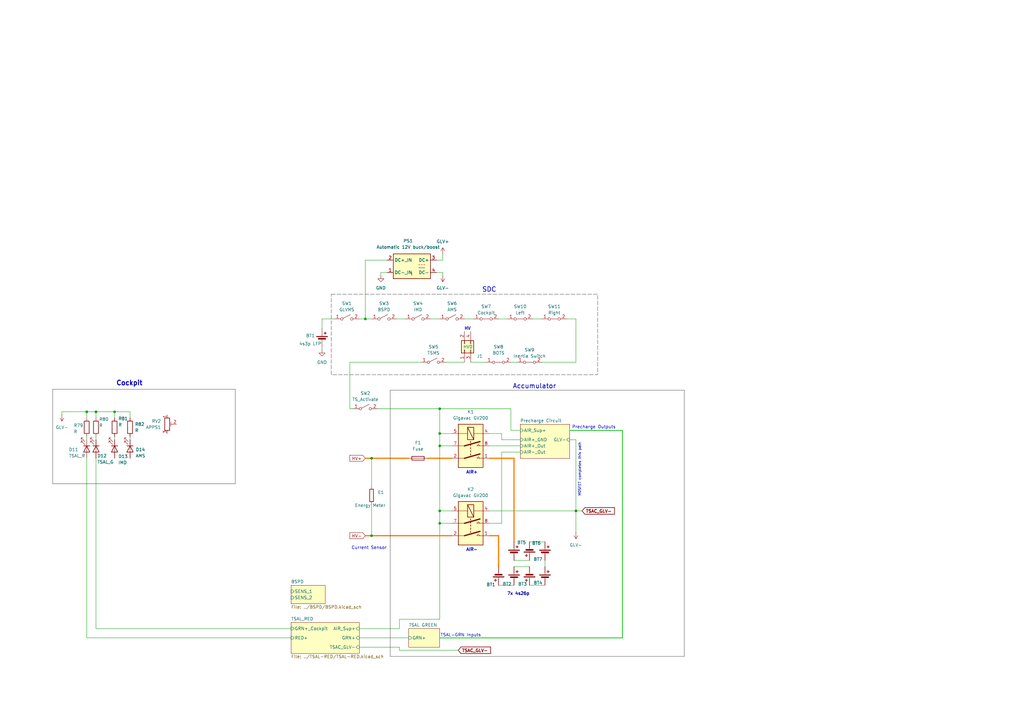
<source format=kicad_sch>
(kicad_sch (version 20250114) (generator "eeschema") (generator_version "9.0")
  (paper "A3")
  (lib_symbols
    (symbol "Connector_Generic:Conn_02x02_Odd_Even" (pin_names (offset 1.016) (hide yes))
      (property "Reference" "J" (at 1.27 2.54 0))
      (property "Value" "Conn_02x02_Odd_Even" (at 1.27 -5.08 0))
      (symbol "Conn_02x02_Odd_Even_1_1"
        (rectangle (start -1.27 1.27) (end 3.81 -3.81) (stroke (width 0.254)) (fill (type background)))
        (rectangle (start -1.27 0.127) (end 0 -0.127) (stroke (width 0.1524)))
        (rectangle (start -1.27 -2.413) (end 0 -2.667) (stroke (width 0.1524)))
        (rectangle (start 3.81 0.127) (end 2.54 -0.127) (stroke (width 0.1524)))
        (rectangle (start 3.81 -2.413) (end 2.54 -2.667) (stroke (width 0.1524)))
        (pin passive line (at -5.08 0 0) (length 3.81) (name "Pin_1") (number "1"))
        (pin passive line (at -5.08 -2.54 0) (length 3.81) (name "Pin_3") (number "3"))
        (pin passive line (at 7.62 0 180) (length 3.81) (name "Pin_2") (number "2"))
        (pin passive line (at 7.62 -2.54 180) (length 3.81) (name "Pin_4") (number "4"))
      )
    )
    (symbol "Converter_ACDC:VTX-214-015-112"
      (property "Reference" "PS1" (at 0 10.16 0))
      (property "Value" "VTX-214-015-112" (at 0 7.62 0))
      (symbol "VTX-214-015-112_0_1"
        (rectangle (start -7.62 5.08) (end 7.62 -5.08) (stroke (width 0.254)) (fill (type background)))
        (polyline (pts (xy 2.794 0.635) (xy 3.302 0.635)))
        (polyline (pts (xy 2.794 -0.635) (xy 5.334 -0.635)))
        (polyline (pts (xy 3.81 0.635) (xy 4.318 0.635)))
        (polyline (pts (xy 4.826 0.635) (xy 5.334 0.635)))
      )
      (symbol "VTX-214-015-112_1_1"
        (polyline (pts (xy 0 -2.54) (xy 0 -3.81)))
        (pin power_in line (at -10.16 2.54 0) (length 2.54) (name "DC+_IN") (number "2"))
        (pin power_in line (at -10.16 -2.54 0) (length 2.54) (name "DC-_IN") (number "1"))
        (pin no_connect line (at 0 -5.08 90) (length 2.54) (hide yes) (name "FG") (number "1"))
        (pin power_out line (at 10.16 2.54 180) (length 2.54) (name "DC+") (number "3"))
        (pin power_out line (at 10.16 -2.54 180) (length 2.54) (name "DC-") (number "4"))
      )
    )
    (symbol "Device:Battery_Cell" (pin_numbers (hide yes)) (pin_names (offset 0) (hide yes))
      (property "Reference" "BT" (at 2.54 2.54 0))
      (property "Value" "Battery_Cell" (at 2.54 0 0))
      (symbol "Battery_Cell_0_1"
        (rectangle (start -2.286 1.778) (end 2.286 1.524) (fill (type outline)))
        (rectangle (start -1.524 1.016) (end 1.524 0.508) (fill (type outline)))
        (polyline (pts (xy 0 1.778) (xy 0 2.54)))
        (polyline (pts (xy 0 0.762) (xy 0 0)))
        (polyline (pts (xy 0.762 3.048) (xy 1.778 3.048)) (stroke (width 0.254)))
        (polyline (pts (xy 1.27 3.556) (xy 1.27 2.54)) (stroke (width 0.254)))
      )
      (symbol "Battery_Cell_1_1"
        (pin passive line (at 0 5.08 270) (length 2.54) (name "+") (number "1"))
        (pin passive line (at 0 -2.54 90) (length 2.54) (name "-") (number "2"))
      )
    )
    (symbol "Device:Fuse" (pin_numbers (hide yes)) (pin_names (offset 0))
      (property "Reference" "F" (at 2.032 0 90))
      (property "Value" "Fuse" (at -1.905 0 90))
      (symbol "Fuse_0_1"
        (rectangle (start -0.762 -2.54) (end 0.762 2.54) (stroke (width 0.254)))
        (polyline (pts (xy 0 2.54) (xy 0 -2.54)))
      )
      (symbol "Fuse_1_1"
        (pin passive line (at 0 3.81 270) (length 1.27) (name "~") (number "1"))
        (pin passive line (at 0 -3.81 90) (length 1.27) (name "~") (number "2"))
      )
    )
    (symbol "Device:LED" (pin_numbers (hide yes)) (pin_names (offset 1.016) (hide yes))
      (property "Reference" "D" (at 0 2.54 0))
      (property "Value" "LED" (at 0 -2.54 0))
      (symbol "LED_0_1"
        (polyline (pts (xy -3.048 -0.762) (xy -4.572 -2.286) (xy -3.81 -2.286) (xy -4.572 -2.286) (xy -4.572 -1.524)))
        (polyline (pts (xy -1.778 -0.762) (xy -3.302 -2.286) (xy -2.54 -2.286) (xy -3.302 -2.286) (xy -3.302 -1.524)))
        (polyline (pts (xy -1.27 0) (xy 1.27 0)))
        (polyline (pts (xy -1.27 -1.27) (xy -1.27 1.27)) (stroke (width 0.254)))
        (polyline (pts (xy 1.27 -1.27) (xy 1.27 1.27) (xy -1.27 0) (xy 1.27 -1.27)) (stroke (width 0.254)))
      )
      (symbol "LED_1_1"
        (pin passive line (at -3.81 0 0) (length 2.54) (name "K") (number "1"))
        (pin passive line (at 3.81 0 180) (length 2.54) (name "A") (number "2"))
      )
    )
    (symbol "Device:R" (pin_numbers (hide yes)) (pin_names (offset 0))
      (property "Reference" "R" (at 2.032 0 90))
      (property "Value" "R" (at 0 0 90))
      (symbol "R_0_1"
        (rectangle (start -1.016 -2.54) (end 1.016 2.54) (stroke (width 0.254)))
      )
      (symbol "R_1_1"
        (pin passive line (at 0 3.81 270) (length 1.27) (name "~") (number "1"))
        (pin passive line (at 0 -3.81 90) (length 1.27) (name "~") (number "2"))
      )
    )
    (symbol "Device:R_Potentiometer_Trim" (pin_names (offset 1.016) (hide yes))
      (property "Reference" "RV" (at -4.445 0 90))
      (property "Value" "R_Potentiometer_Trim" (at -2.54 0 90))
      (symbol "R_Potentiometer_Trim_0_1"
        (rectangle (start 1.016 2.54) (end -1.016 -2.54) (stroke (width 0.254)))
        (polyline (pts (xy 1.524 0.762) (xy 1.524 -0.762)))
        (polyline (pts (xy 2.54 0) (xy 1.524 0)))
      )
      (symbol "R_Potentiometer_Trim_1_1"
        (pin passive line (at 0 3.81 270) (length 1.27) (name "1") (number "1"))
        (pin passive line (at 0 -3.81 90) (length 1.27) (name "3") (number "3"))
        (pin passive line (at 3.81 0 180) (length 1.27) (name "2") (number "2"))
      )
    )
    (symbol "Fuse_1" (pin_numbers (hide yes)) (pin_names (offset 0))
      (property "Reference" "F2" (at 2.54 1.2701 0))
      (property "Value" "Energy Meter" (at -6.858 -4.064 0))
      (symbol "Fuse_1_0_1"
        (rectangle (start -0.762 -2.54) (end 0.762 2.54) (stroke (width 0.254)))
      )
      (symbol "Fuse_1_1_1"
        (pin passive line (at 0 3.81 270) (length 1.27) (name "~") (number "1"))
        (pin passive line (at 0 -3.81 90) (length 1.27) (name "~") (number "2"))
      )
    )
    (symbol "Relay:Fujitsu_FTR-F1A"
      (property "Reference" "K" (at 0 12.7 0))
      (property "Value" "Fujitsu_FTR-F1A" (at 0 10.16 0))
      (symbol "Fujitsu_FTR-F1A_0_1"
        (rectangle (start -1.27 7.62) (end 1.27 2.54) (stroke (width 0.254)) (fill (type background)))
        (polyline (pts (xy -1.27 7.62) (xy 1.27 2.54)) (stroke (width 0.254)))
      )
      (symbol "Fujitsu_FTR-F1A_1_1"
        (polyline (pts (xy -5.08 5.08) (xy -1.27 5.08) (xy -1.524 5.08)))
        (polyline (pts (xy -2.54 0) (xy -5.08 0)))
        (polyline (pts (xy -2.54 0) (xy 3.81 1.778)) (stroke (width 0.508)))
        (polyline (pts (xy -2.54 -5.08) (xy -5.08 -5.08)))
        (polyline (pts (xy -2.54 -5.08) (xy 3.81 -3.302)) (stroke (width 0.508)))
        (polyline (pts (xy 0 1.905) (xy 0 1.27)) (stroke (width 0.254)))
        (polyline (pts (xy 0 0.635) (xy 0 0)) (stroke (width 0.254)))
        (polyline (pts (xy 0 -0.635) (xy 0 -1.27)) (stroke (width 0.254)))
        (polyline (pts (xy 0 -1.905) (xy 0 -2.54)) (stroke (width 0.254)))
        (polyline (pts (xy 0 -3.175) (xy 0 -3.81)) (stroke (width 0.254)))
        (rectangle (start 5.08 8.89) (end -5.08 -8.89) (stroke (width 0.254)) (fill (type background)))
        (polyline (pts (xy 5.08 5.08) (xy 1.27 5.08)))
        (polyline (pts (xy 5.08 0) (xy 2.54 0) (xy 3.175 0.635) (xy 3.81 0)))
        (polyline (pts (xy 5.08 -5.08) (xy 2.54 -5.08) (xy 3.175 -4.445) (xy 3.81 -5.08)))
        (pin passive line (at -7.62 5.08 0) (length 2.54) (name "~") (number "5"))
        (pin passive line (at -7.62 0 0) (length 2.54) (name "~") (number "7"))
        (pin passive line (at -7.62 -5.08 0) (length 2.54) (name "~") (number "2"))
        (pin passive line (at 7.62 5.08 180) (length 2.54) (name "~") (number "4"))
        (pin passive line (at 7.62 0 180) (length 2.54) (name "~") (number "8"))
        (pin passive line (at 7.62 -5.08 180) (length 2.54) (name "~") (number "1"))
      )
    )
    (symbol "SW_SPST_1" (pin_names (offset 0) (hide yes))
      (property "Reference" "SW8" (at 0 6.35 0))
      (property "Value" "BOTS" (at 0 3.81 0))
      (symbol "SW_SPST_1_0_0"
        (circle (center -2.032 0) (radius 0.508))
        (polyline (pts (xy -1.27 0) (xy 1.27 0)))
        (circle (center 2.032 0) (radius 0.508))
      )
      (symbol "SW_SPST_1_1_1"
        (pin passive line (at -5.08 0 0) (length 2.54) (name "A") (number "1"))
        (pin passive line (at 5.08 0 180) (length 2.54) (name "B") (number "2"))
      )
    )
    (symbol "Switch:SW_SPST" (pin_names (offset 0) (hide yes))
      (property "Reference" "SW" (at 0 3.175 0))
      (property "Value" "SW_SPST" (at 0 -2.54 0))
      (symbol "SW_SPST_0_0"
        (circle (center -2.032 0) (radius 0.508))
        (polyline (pts (xy -1.524 0.254) (xy 1.524 1.778)))
        (circle (center 2.032 0) (radius 0.508))
      )
      (symbol "SW_SPST_1_1"
        (pin passive line (at -5.08 0 0) (length 2.54) (name "A") (number "1"))
        (pin passive line (at 5.08 0 180) (length 2.54) (name "B") (number "2"))
      )
    )
    (symbol "power:+1V0" (power) (pin_numbers (hide yes)) (pin_names (offset 0) (hide yes))
      (property "Value" "+1V0" (at 0 3.556 0))
      (symbol "+1V0_0_1"
        (polyline (pts (xy -0.762 1.27) (xy 0 2.54)))
        (polyline (pts (xy 0 2.54) (xy 0.762 1.27)))
        (polyline (pts (xy 0 0) (xy 0 2.54)))
      )
      (symbol "+1V0_1_1"
        (pin power_in line (at 0 0 90) (length 0) (name "~") (number "1"))
      )
    )
    (symbol "power:GND" (power) (pin_numbers (hide yes)) (pin_names (offset 0) (hide yes))
      (property "Value" "GND" (at 0 -3.81 0))
      (symbol "GND_0_1"
        (polyline (pts (xy 0 0) (xy 0 -1.27) (xy 1.27 -1.27) (xy 0 -2.54) (xy -1.27 -1.27) (xy 0 -1.27)))
      )
      (symbol "GND_1_1"
        (pin power_in line (at 0 0 270) (length 0) (name "~") (number "1"))
      )
    )
  )
  (rectangle (start 160.02 160.02) (end 280.67 269.24) (stroke (width 0) (color 72 72 72 1)))
  (rectangle (start 21.59 159.639) (end 96.52 198.374) (stroke (width 0) (color 72 72 72 1)))
  (rectangle (start 135.89 120.65) (end 245.11 153.67) (stroke (width 0) (type dash) (color 72 72 72 1)))
  (text "AIR-" (at 193.548 225.552 0) (effects (font (size 1.27 1.27) (thickness 0.254) (bold yes))))
  (text "Accumulator" (at 219.202 158.496 0) (effects (font (size 1.905 1.905) (thickness 0.254) (bold yes))))
  (text "Current Sensor" (at 151.384 224.79 0) (effects (font (size 1.27 1.27))))
  (text "HV" (at 191.77 134.874 0) (effects (font (size 1.27 1.27) (thickness 0.254) (bold yes))))
  (text "MOSFET completes this path\n" (at 237.744 192.532 90) (effects (font (size 1.016 1.016))))
  (text "7x 4s26p" (at 212.598 243.586 0) (effects (font (size 1.27 1.27) (thickness 0.254) (bold yes))))
  (text "Precharge Outputs\n" (at 243.586 175.26 0) (effects (font (size 1.27 1.27))))
  (text "AIR+\n" (at 193.548 193.802 0) (effects (font (size 1.27 1.27) (thickness 0.254) (bold yes))))
  (text "Cockpit" (at 53.086 157.226 0) (effects (font (size 1.905 1.905) (thickness 0.381) (bold yes))))
  (text "TSAL-GRN Inputs\n" (at 188.976 260.604 0) (effects (font (size 1.27 1.27))))
  (text "SDC" (at 200.66 118.872 0) (effects (font (size 1.905 1.905) (thickness 0.254) (bold yes))))
  (junction (at 180.34 209.55))
  (junction (at 35.56 168.91))
  (junction (at 46.99 168.91))
  (junction (at 39.37 168.91))
  (junction (at 180.34 214.63))
  (junction (at 180.34 167.64))
  (junction (at 152.4 187.96))
  (junction (at 180.34 177.8))
  (junction (at 236.22 209.55))
  (junction (at 180.34 182.88))
  (junction (at 152.4 219.71))
  (junction (at 149.86 130.81))
  (wire (pts (xy 218.44 130.81) (xy 222.25 130.81)))
  (wire (pts (xy 185.42 214.63) (xy 180.34 214.63)))
  (wire (pts (xy 149.86 106.68) (xy 158.75 106.68)))
  (wire (pts (xy 152.4 187.96) (xy 152.4 199.39)))
  (wire (pts (xy 39.37 257.81) (xy 119.38 257.81)))
  (wire (pts (xy 149.86 219.71) (xy 152.4 219.71)) (stroke (width 0.508) (color 255 124 0 1)))
  (wire (pts (xy 35.56 187.96) (xy 35.56 261.62)))
  (wire (pts (xy 236.22 130.81) (xy 236.22 148.59)))
  (wire (pts (xy 39.37 179.07) (xy 39.37 180.34)))
  (wire (pts (xy 156.21 113.03) (xy 156.21 111.76)))
  (wire (pts (xy 180.34 214.63) (xy 180.34 254)))
  (wire (pts (xy 147.32 130.81) (xy 149.86 130.81)))
  (wire (pts (xy 39.37 171.45) (xy 39.37 168.91)))
  (wire (pts (xy 180.34 182.88) (xy 185.42 182.88)))
  (wire (pts (xy 154.94 167.64) (xy 180.34 167.64)))
  (wire (pts (xy 232.41 130.81) (xy 236.22 130.81)))
  (wire (pts (xy 222.25 148.59) (xy 236.22 148.59)))
  (wire (pts (xy 172.72 148.59) (xy 143.51 148.59)))
  (wire (pts (xy 152.4 219.71) (xy 185.42 219.71)) (stroke (width 0.508) (color 255 124 0 1)))
  (wire (pts (xy 132.08 143.51) (xy 132.08 142.24)))
  (wire (pts (xy 210.82 229.87) (xy 217.17 229.87)))
  (bus (pts (xy 233.68 176.53) (xy 255.27 176.53)) (stroke (width 0) (color 0 194 0 1)))
  (wire (pts (xy 163.83 266.7) (xy 187.96 266.7)))
  (wire (pts (xy 149.86 106.68) (xy 149.86 130.81)))
  (wire (pts (xy 46.99 179.07) (xy 46.99 180.34)))
  (wire (pts (xy 39.37 168.91) (xy 46.99 168.91)))
  (wire (pts (xy 39.37 168.91) (xy 35.56 168.91)))
  (wire (pts (xy 217.17 240.03) (xy 223.52 240.03)))
  (wire (pts (xy 223.52 232.41) (xy 223.52 229.87)))
  (wire (pts (xy 149.86 130.81) (xy 152.4 130.81)))
  (wire (pts (xy 180.34 167.64) (xy 180.34 177.8)))
  (wire (pts (xy 180.34 182.88) (xy 180.34 209.55)))
  (wire (pts (xy 180.34 209.55) (xy 185.42 209.55)))
  (wire (pts (xy 179.07 111.76) (xy 181.61 111.76)))
  (wire (pts (xy 152.4 207.01) (xy 152.4 219.71)))
  (wire (pts (xy 205.74 214.63) (xy 205.74 185.42)))
  (wire (pts (xy 200.66 209.55) (xy 236.22 209.55)))
  (wire (pts (xy 163.83 265.43) (xy 163.83 266.7)))
  (wire (pts (xy 236.22 180.34) (xy 233.68 180.34)))
  (wire (pts (xy 210.82 187.96) (xy 210.82 222.25)) (stroke (width 0.508) (color 255 124 0 1)))
  (wire (pts (xy 25.4 168.91) (xy 35.56 168.91)))
  (wire (pts (xy 217.17 222.25) (xy 223.52 222.25)))
  (wire (pts (xy 132.08 134.62) (xy 132.08 130.81)))
  (wire (pts (xy 200.66 214.63) (xy 205.74 214.63)))
  (wire (pts (xy 185.42 177.8) (xy 180.34 177.8)))
  (wire (pts (xy 205.74 185.42) (xy 213.36 185.42)))
  (wire (pts (xy 236.22 180.34) (xy 236.22 209.55)))
  (wire (pts (xy 210.82 232.41) (xy 217.17 232.41)))
  (wire (pts (xy 180.34 177.8) (xy 180.34 182.88)))
  (wire (pts (xy 35.56 179.07) (xy 35.56 180.34)))
  (wire (pts (xy 39.37 187.96) (xy 39.37 257.81)))
  (wire (pts (xy 238.76 209.55) (xy 236.22 209.55)))
  (wire (pts (xy 181.61 113.03) (xy 181.61 111.76)))
  (wire (pts (xy 190.5 130.81) (xy 194.31 130.81)))
  (wire (pts (xy 180.34 130.81) (xy 176.53 130.81)))
  (wire (pts (xy 210.82 187.96) (xy 200.66 187.96)) (stroke (width 0.508) (color 255 124 0 1)))
  (wire (pts (xy 204.47 232.41) (xy 204.47 219.71)) (stroke (width 0.508) (color 255 124 0 1)))
  (wire (pts (xy 236.22 209.55) (xy 236.22 218.44)))
  (wire (pts (xy 46.99 168.91) (xy 46.99 171.45)))
  (wire (pts (xy 163.83 254) (xy 180.34 254)))
  (wire (pts (xy 181.61 106.68) (xy 181.61 104.14)))
  (wire (pts (xy 209.55 176.53) (xy 213.36 176.53)))
  (wire (pts (xy 147.32 265.43) (xy 163.83 265.43)))
  (wire (pts (xy 204.47 219.71) (xy 200.66 219.71)) (stroke (width 0.508) (color 255 124 0 1)))
  (wire (pts (xy 53.34 168.91) (xy 46.99 168.91)))
  (bus (pts (xy 180.34 261.62) (xy 255.27 261.62)) (stroke (width 0) (color 0 194 0 1)))
  (wire (pts (xy 193.04 148.59) (xy 199.39 148.59)))
  (wire (pts (xy 147.32 257.81) (xy 163.83 257.81)))
  (wire (pts (xy 25.4 170.18) (xy 25.4 168.91)))
  (wire (pts (xy 205.74 177.8) (xy 205.74 180.34)))
  (wire (pts (xy 53.34 179.07) (xy 53.34 180.34)))
  (wire (pts (xy 175.26 187.96) (xy 185.42 187.96)) (stroke (width 0.508) (color 255 124 0 1)))
  (wire (pts (xy 182.88 148.59) (xy 190.5 148.59)))
  (wire (pts (xy 132.08 130.81) (xy 137.16 130.81)))
  (wire (pts (xy 205.74 180.34) (xy 213.36 180.34)))
  (wire (pts (xy 35.56 261.62) (xy 119.38 261.62)))
  (wire (pts (xy 200.66 182.88) (xy 213.36 182.88)))
  (wire (pts (xy 156.21 111.76) (xy 158.75 111.76)))
  (wire (pts (xy 152.4 187.96) (xy 167.64 187.96)) (stroke (width 0.508) (color 255 124 0 1)))
  (wire (pts (xy 149.86 187.96) (xy 152.4 187.96)) (stroke (width 0.508) (color 255 124 0 1)))
  (wire (pts (xy 180.34 214.63) (xy 180.34 209.55)))
  (wire (pts (xy 143.51 167.64) (xy 144.78 167.64)))
  (wire (pts (xy 204.47 130.81) (xy 208.28 130.81)))
  (wire (pts (xy 209.55 148.59) (xy 212.09 148.59)))
  (wire (pts (xy 143.51 148.59) (xy 143.51 167.64)))
  (bus (pts (xy 255.27 176.53) (xy 255.27 261.62)) (stroke (width 0) (color 0 194 0 1)))
  (wire (pts (xy 180.34 167.64) (xy 209.55 167.64)))
  (wire (pts (xy 204.47 240.03) (xy 210.82 240.03)))
  (wire (pts (xy 179.07 106.68) (xy 181.61 106.68)))
  (wire (pts (xy 35.56 168.91) (xy 35.56 171.45)))
  (wire (pts (xy 167.64 261.62) (xy 147.32 261.62)))
  (wire (pts (xy 53.34 171.45) (xy 53.34 168.91)))
  (wire (pts (xy 200.66 177.8) (xy 205.74 177.8)))
  (wire (pts (xy 209.55 167.64) (xy 209.55 176.53)))
  (wire (pts (xy 166.37 130.81) (xy 162.56 130.81)))
  (wire (pts (xy 163.83 257.81) (xy 163.83 254)))
  (global_label "TSAC_GLV-" (shape input) (at 187.96 266.7 0) (effects (font (thickness 0.254) (bold yes))) (property "Intersheetrefs" "${INTERSHEET_REFS}" (effects (hide yes))))
  (global_label "HV-" (shape input) (at 149.86 219.71 180) (property "Intersheetrefs" "${INTERSHEET_REFS}" (effects (hide yes))))
  (global_label "HV+" (shape input) (at 149.86 187.96 180) (property "Intersheetrefs" "${INTERSHEET_REFS}" (effects (hide yes))))
  (global_label "TSAC_GLV-" (shape input) (at 238.76 209.55 0) (effects (font (thickness 0.254) (bold yes))) (property "Intersheetrefs" "${INTERSHEET_REFS}" (effects (hide yes))))
  (symbol (lib_id "Converter_ACDC:VTX-214-015-112") (at 168.91 109.22 0) (unit 1)
    (property "Reference" "PS1" (at 167.386 98.806 0))
    (property "Value" "Automatic 12V buck/boost" (at 167.386 101.346 0))
    (property "Footprint" "Converter_ACDC:Converter_ACDC_Vigortronix_VTX-214-015-1xx_THT" (effects (hide yes)))
    (property "Datasheet" "http://www.vigortronix.com/15WattSMPSPCBModuleAC-DC" (effects (hide yes)))
    (property "Description" "12V Vigortronix 15W ACDC Converters" (effects (hide yes)))
  )
  (symbol (lib_id "Device:R") (at 35.56 175.26 0) (unit 1)
    (property "Reference" "R79" (at 30.226 174.498 0) (effects (justify left)))
    (property "Value" "R" (at 30.226 177.038 0) (effects (justify left)))
    (property "Description" "Resistor" (effects (hide yes)))
  )
  (symbol (lib_id "Device:Battery_Cell") (at 132.08 139.7 0) (unit 1)
    (property "Reference" "BT1" (at 125.476 137.668 0) (effects (justify left)))
    (property "Value" "4s3p LFP" (at 122.682 140.97 0) (effects (justify left)))
    (property "Description" "14.4V max - 12.8V nominal - 8V min, 18Ah" (effects (hide yes)))
  )
  (symbol (lib_id "Device:LED") (at 39.37 184.15 270) (unit 1)
    (property "Reference" "D12" (at 39.878 186.944 90) (effects (justify left)))
    (property "Value" "TSAL_G" (at 39.878 189.484 90) (effects (justify left)))
    (property "Description" "Light emitting diode" (effects (hide yes)))
    (property "Sim.Pins" "1=K 2=A" (effects (hide yes)))
  )
  (symbol (lib_id "Switch:SW_SPST") (at 185.42 130.81 0) (unit 1)
    (property "Reference" "SW6" (at 185.42 124.46 0))
    (property "Value" "AMS" (at 185.42 127 0))
    (property "Description" "Single Pole Single Throw (SPST) switch" (effects (hide yes)))
  )
  (symbol (lib_name "SW_SPST_1") (lib_id "Switch:SW_SPST") (at 213.36 130.81 0) (unit 1)
    (property "Reference" "SW10" (at 213.36 125.73 0))
    (property "Value" "Left" (at 213.36 128.27 0))
    (property "Description" "Single Pole Single Throw (SPST) switch" (effects (hide yes)))
  )
  (symbol (lib_id "Switch:SW_SPST") (at 142.24 130.81 0) (unit 1)
    (property "Reference" "SW1" (at 142.24 124.46 0))
    (property "Value" "GLVMS" (at 142.24 127 0))
    (property "Description" "Single Pole Single Throw (SPST) switch" (effects (hide yes)))
  )
  (symbol (lib_name "Fuse_1") (lib_id "Device:Fuse") (at 152.4 203.2 0) (unit 1)
    (property "Reference" "E1" (at 154.94 201.9299 0) (effects (justify left)))
    (property "Value" "Energy Meter" (at 145.542 207.264 0) (effects (justify left)))
    (property "Description" "Fuse" (effects (hide yes)))
  )
  (symbol (lib_id "power:GND") (at 156.21 113.03 0) (unit 1)
    (property "Reference" "#PWR02" (effects (hide yes)))
    (property "Value" "GND" (at 156.21 118.11 0))
    (property "Description" "Power symbol creates a global label with name \"GND\" , ground" (effects (hide yes)))
  )
  (symbol (lib_name "SW_SPST_1") (lib_id "Switch:SW_SPST") (at 199.39 130.81 0) (unit 1)
    (property "Reference" "SW7" (at 199.39 125.73 0))
    (property "Value" "Cockpit" (at 199.39 128.27 0))
    (property "Description" "Single Pole Single Throw (SPST) switch" (effects (hide yes)))
  )
  (symbol (lib_id "Device:Battery_Cell") (at 223.52 227.33 0) (unit 1)
    (property "Reference" "BT7" (at 222.504 229.362 0) (effects (justify right)))
    (property "Value" "Battery_Cell" (effects (hide yes)))
    (property "Description" "Single-cell battery" (effects (hide yes)))
  )
  (symbol (lib_id "power:+1V0") (at 181.61 104.14 0) (unit 1)
    (property "Reference" "#PWR03" (effects (hide yes)))
    (property "Value" "GLV+" (at 181.61 99.06 0))
    (property "Description" "Power symbol creates a global label with name \"+1V0\"" (effects (hide yes)))
  )
  (symbol (lib_id "Relay:Fujitsu_FTR-F1A") (at 193.04 182.88 0) (unit 1)
    (property "Reference" "K1" (at 193.04 168.91 0))
    (property "Value" "Gigavac GV200" (at 193.04 171.45 0))
    (property "Footprint" "Relay_THT:Relay_DPST_Fujitsu_FTR-F1A" (effects (hide yes)))
    (property "Datasheet" "https://www.fcl.fujitsu.com/downloads/MICRO/fcai/relays/ftr-f1.pdf" (effects (hide yes)))
    (property "Description" "Fujitsu Low Profile Power Relay" (effects (hide yes)))
  )
  (symbol (lib_id "Device:LED") (at 46.99 184.15 270) (unit 1)
    (property "Reference" "D13" (at 48.514 187.198 90) (effects (justify left)))
    (property "Value" "IMD" (at 48.514 189.738 90) (effects (justify left)))
    (property "Description" "Light emitting diode" (effects (hide yes)))
    (property "Sim.Pins" "1=K 2=A" (effects (hide yes)))
  )
  (symbol (lib_id "Device:Fuse") (at 171.45 187.96 90) (unit 1)
    (property "Reference" "F1" (at 171.45 181.61 90))
    (property "Value" "Fuse" (at 171.45 184.15 90))
    (property "Description" "Fuse" (effects (hide yes)))
  )
  (symbol (lib_id "Device:LED") (at 35.56 184.15 270) (unit 1)
    (property "Reference" "D11" (at 28.194 184.404 90) (effects (justify left)))
    (property "Value" "TSAL_R" (at 28.194 186.944 90) (effects (justify left)))
    (property "Description" "Light emitting diode" (effects (hide yes)))
    (property "Sim.Pins" "1=K 2=A" (effects (hide yes)))
  )
  (symbol (lib_name "SW_SPST_1") (lib_id "Switch:SW_SPST") (at 217.17 148.59 0) (unit 1)
    (property "Reference" "SW9" (at 217.17 143.51 0))
    (property "Value" "Inertia Switch" (at 217.17 146.05 0))
    (property "Description" "Single Pole Single Throw (SPST) switch" (effects (hide yes)))
  )
  (symbol (lib_id "Device:R") (at 46.99 175.26 0) (unit 1)
    (property "Reference" "R81" (at 48.514 171.704 0) (effects (justify left)))
    (property "Value" "R" (at 48.514 174.244 0) (effects (justify left)))
    (property "Description" "Resistor" (effects (hide yes)))
  )
  (symbol (lib_id "Switch:SW_SPST") (at 149.86 167.64 0) (unit 1)
    (property "Reference" "SW2" (at 149.86 161.29 0))
    (property "Value" "TS_Activate" (at 149.86 163.83 0))
    (property "Description" "Single Pole Single Throw (SPST) switch" (effects (hide yes)))
  )
  (symbol (lib_id "Device:LED") (at 53.34 184.15 270) (unit 1)
    (property "Reference" "D14" (at 55.626 184.404 90) (effects (justify left)))
    (property "Value" "AMS" (at 55.626 186.944 90) (effects (justify left)))
    (property "Description" "Light emitting diode" (effects (hide yes)))
    (property "Sim.Pins" "1=K 2=A" (effects (hide yes)))
  )
  (symbol (lib_id "Device:R") (at 39.37 175.26 0) (unit 1)
    (property "Reference" "R80" (at 40.64 171.958 0) (effects (justify left)))
    (property "Value" "R" (at 40.64 174.498 0) (effects (justify left)))
    (property "Description" "Resistor" (effects (hide yes)))
  )
  (symbol (lib_id "power:+1V0") (at 181.61 113.03 180) (unit 1)
    (property "Reference" "#PWR04" (effects (hide yes)))
    (property "Value" "GLV-" (at 181.61 118.11 0))
    (property "Description" "Power symbol creates a global label with name \"+1V0\"" (effects (hide yes)))
  )
  (symbol (lib_id "Relay:Fujitsu_FTR-F1A") (at 193.04 214.63 0) (unit 1)
    (property "Reference" "K2" (at 193.04 200.66 0))
    (property "Value" "Gigavac GV200" (at 193.04 203.2 0))
    (property "Footprint" "Relay_THT:Relay_DPST_Fujitsu_FTR-F1A" (effects (hide yes)))
    (property "Datasheet" "https://www.fcl.fujitsu.com/downloads/MICRO/fcai/relays/ftr-f1.pdf" (effects (hide yes)))
    (property "Description" "Fujitsu Low Profile Power Relay" (effects (hide yes)))
  )
  (symbol (lib_id "power:+1V0") (at 25.4 170.18 180) (unit 1)
    (property "Reference" "#PWR082" (effects (hide yes)))
    (property "Value" "GLV-" (at 25.4 175.26 0))
    (property "Description" "Power symbol creates a global label with name \"+1V0\"" (effects (hide yes)))
  )
  (symbol (lib_id "Device:Battery_Cell") (at 210.82 237.49 0) (unit 1)
    (property "Reference" "BT2" (at 209.804 239.522 0) (effects (justify right)))
    (property "Value" "Battery_Cell" (effects (hide yes)))
    (property "Description" "Single-cell battery" (effects (hide yes)))
  )
  (symbol (lib_name "SW_SPST_1") (lib_id "Switch:SW_SPST") (at 227.33 130.81 0) (unit 1)
    (property "Reference" "SW11" (at 227.33 125.73 0))
    (property "Value" "Right" (at 227.33 128.27 0))
    (property "Description" "Single Pole Single Throw (SPST) switch" (effects (hide yes)))
  )
  (symbol (lib_id "power:+1V0") (at 236.22 218.44 180) (unit 1)
    (property "Reference" "#PWR05" (effects (hide yes)))
    (property "Value" "GLV-" (at 236.22 223.52 0))
    (property "Description" "Power symbol creates a global label with name \"+1V0\"" (effects (hide yes)))
  )
  (symbol (lib_id "Device:Battery_Cell") (at 223.52 237.49 0) (unit 1)
    (property "Reference" "BT4" (at 222.504 239.014 0) (effects (justify right)))
    (property "Value" "Battery_Cell" (effects (hide yes)))
    (property "Description" "Single-cell battery" (effects (hide yes)))
  )
  (symbol (lib_id "Switch:SW_SPST") (at 177.8 148.59 0) (unit 1)
    (property "Reference" "SW5" (at 177.8 142.24 0))
    (property "Value" "TSMS" (at 177.8 144.78 0))
    (property "Description" "Single Pole Single Throw (SPST) switch" (effects (hide yes)))
  )
  (symbol (lib_id "Connector_Generic:Conn_02x02_Odd_Even") (at 190.5 143.51 90) (unit 1)
    (property "Reference" "J1" (at 195.58 146.0499 90) (effects (justify right)))
    (property "Value" "HVD" (at 189.992 142.24 90) (effects (justify right)))
    (property "Description" "Generic connector, double row, 02x02, odd/even pin numbering scheme (row 1 odd numbers, row 2 even numbers), script generated (kicad-library-utils/schlib/autogen/connector/)" (effects (hide yes)))
  )
  (symbol (lib_id "Device:Battery_Cell") (at 204.47 234.95 180) (unit 1)
    (property "Reference" "BT1" (at 203.2 239.776 0) (effects (justify left)))
    (property "Value" "Battery_Cell" (effects (hide yes)))
    (property "Description" "Single-cell battery" (effects (hide yes)))
  )
  (symbol (lib_name "SW_SPST_1") (lib_id "Switch:SW_SPST") (at 204.47 148.59 0) (unit 1)
    (property "Reference" "SW8" (at 204.47 142.24 0))
    (property "Value" "BOTS" (at 204.47 144.78 0))
    (property "Description" "Single Pole Single Throw (SPST) switch" (effects (hide yes)))
  )
  (symbol (lib_id "Device:Battery_Cell") (at 210.82 227.33 0) (unit 1)
    (property "Reference" "BT5" (at 212.09 222.504 0) (effects (justify left)))
    (property "Value" "Battery_Cell" (effects (hide yes)))
    (property "Description" "Single-cell battery" (effects (hide yes)))
  )
  (symbol (lib_id "Device:R_Potentiometer_Trim") (at 68.58 173.99 0) (unit 1)
    (property "Reference" "RV2" (at 66.04 172.7199 0) (effects (justify right)))
    (property "Value" "APPS1" (at 66.04 175.2599 0) (effects (justify right)))
    (property "Description" "Trim-potentiometer" (effects (hide yes)))
  )
  (symbol (lib_id "Device:Battery_Cell") (at 217.17 234.95 180) (unit 1)
    (property "Reference" "BT3" (at 216.154 239.522 0) (effects (justify left)))
    (property "Value" "Battery_Cell" (effects (hide yes)))
    (property "Description" "Single-cell battery" (effects (hide yes)))
  )
  (symbol (lib_id "Switch:SW_SPST") (at 171.45 130.81 0) (unit 1)
    (property "Reference" "SW4" (at 171.45 124.46 0))
    (property "Value" "IMD" (at 171.45 127 0))
    (property "Description" "Single Pole Single Throw (SPST) switch" (effects (hide yes)))
  )
  (symbol (lib_id "Switch:SW_SPST") (at 157.48 130.81 0) (unit 1)
    (property "Reference" "SW3" (at 157.48 124.46 0))
    (property "Value" "BSPD" (at 157.48 127 0))
    (property "Description" "Single Pole Single Throw (SPST) switch" (effects (hide yes)))
  )
  (symbol (lib_id "power:GND") (at 132.08 143.51 0) (unit 1)
    (property "Reference" "#PWR01" (effects (hide yes)))
    (property "Value" "GND" (at 132.08 148.59 0))
    (property "Description" "Power symbol creates a global label with name \"GND\" , ground" (effects (hide yes)))
  )
  (symbol (lib_id "Device:Battery_Cell") (at 217.17 224.79 180) (unit 1)
    (property "Reference" "BT6" (at 218.186 222.758 0) (effects (justify right)))
    (property "Value" "Battery_Cell" (effects (hide yes)))
    (property "Description" "Single-cell battery" (effects (hide yes)))
  )
  (symbol (lib_id "Device:R") (at 53.34 175.26 0) (unit 1)
    (property "Reference" "R82" (at 55.372 173.99 0) (effects (justify left)))
    (property "Value" "R" (at 55.372 176.53 0) (effects (justify left)))
    (property "Description" "Resistor" (effects (hide yes)))
  )
  (sheet (at 213.36 173.99) (size 20.32 13.97) (stroke (width 0.1524)) (fill (color 255 255 194 1.0000))
    (property "Sheetname" "Precharge Circuit" (at 213.36 173.2784 0) (effects (justify left bottom)))
    (property "Sheetfile" "../Precharge/Precharge.kicad_sch" (effects (hide yes)))
    (pin "GLV-" input (at 233.68 180.34 0))
    (pin "AIR+_Out" input (at 213.36 182.88 180))
    (pin "AIR-_Out" input (at 213.36 185.42 180))
    (pin "AIR_Sup+" input (at 213.36 176.53 180))
    (pin "AIR+_GND" input (at 213.36 180.34 180))
  )
  (sheet (at 167.64 257.81) (size 12.7 7.62) (stroke (width 0.1524)) (fill (color 254 254 193 1.0000))
    (property "Sheetname" "TSAL GREEN" (at 167.64 257.0984 0) (effects (justify left bottom)))
    (property "Sheetfile" "../TSAL/TSAL.kicad_sch" (effects (hide yes)))
    (pin "GRN+" input (at 167.64 261.62 180))
  )
  (sheet (at 119.38 240.03) (size 13.97 7.62) (stroke (width 0.1524)) (fill (color 255 255 194 1.0000))
    (property "Sheetname" "BSPD" (at 119.38 239.3184 0) (effects (justify left bottom)))
    (property "Sheetfile" "../BSPD/BSPD.kicad_sch" (at 119.38 248.2346 0) (effects (justify left top)))
    (pin "SENS_1" input (at 119.38 242.57 180))
    (pin "SENS_2" input (at 119.38 245.11 180))
  )
  (sheet (at 119.38 255.27) (size 27.94 12.7) (stroke (width 0.1524)) (fill (color 255 255 194 1.0000))
    (property "Sheetname" "TSAL_RED" (at 119.38 254.5584 0) (effects (justify left bottom)))
    (property "Sheetfile" "../TSAL-RED/TSAL-RED.kicad_sch" (at 119.38 268.5546 0) (effects (justify left top)))
    (pin "AIR_Sup+" input (at 147.32 257.81 0))
    (pin "GRN+" input (at 147.32 261.62 0))
    (pin "GRN+_Cockpit" input (at 119.38 257.81 180))
    (pin "RED+" input (at 119.38 261.62 180))
    (pin "TSAC_GLV-" input (at 147.32 265.43 0))
  )
)
</source>
